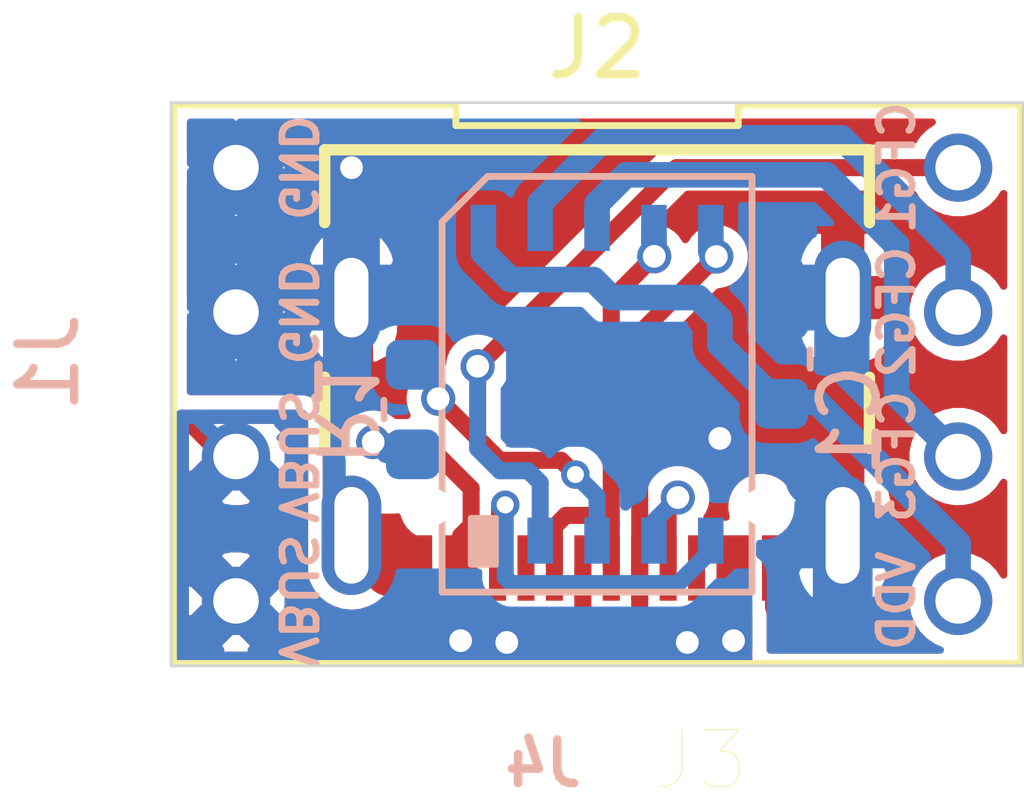
<source format=kicad_pcb>
(kicad_pcb (version 20171130) (host pcbnew "(5.1.6)-1")

  (general
    (thickness 1.6)
    (drawings 18)
    (tracks 159)
    (zones 0)
    (modules 6)
    (nets 15)
  )

  (page A4)
  (layers
    (0 F.Cu signal)
    (31 B.Cu signal)
    (32 B.Adhes user)
    (33 F.Adhes user)
    (34 B.Paste user)
    (35 F.Paste user)
    (36 B.SilkS user)
    (37 F.SilkS user)
    (38 B.Mask user)
    (39 F.Mask user)
    (40 Dwgs.User user)
    (41 Cmts.User user)
    (42 Eco1.User user)
    (43 Eco2.User user)
    (44 Edge.Cuts user hide)
    (45 Margin user)
    (46 B.CrtYd user hide)
    (47 F.CrtYd user hide)
    (48 B.Fab user hide)
    (49 F.Fab user hide)
  )

  (setup
    (last_trace_width 0.25)
    (user_trace_width 0.3)
    (user_trace_width 0.45)
    (user_trace_width 1)
    (trace_clearance 0.2)
    (zone_clearance 0.254)
    (zone_45_only no)
    (trace_min 0.2)
    (via_size 0.8)
    (via_drill 0.4)
    (via_min_size 0.4)
    (via_min_drill 0.3)
    (user_via 0.5 0.3)
    (user_via 0.6 0.4)
    (uvia_size 0.3)
    (uvia_drill 0.1)
    (uvias_allowed no)
    (uvia_min_size 0.2)
    (uvia_min_drill 0.1)
    (edge_width 0.05)
    (segment_width 0.2)
    (pcb_text_width 0.3)
    (pcb_text_size 1.5 1.5)
    (mod_edge_width 0.12)
    (mod_text_size 1 1)
    (mod_text_width 0.15)
    (pad_size 0.45 0.81)
    (pad_drill 0)
    (pad_to_mask_clearance 0.05)
    (aux_axis_origin 0 0)
    (visible_elements 7FFFFFFF)
    (pcbplotparams
      (layerselection 0x010fc_ffffffff)
      (usegerberextensions false)
      (usegerberattributes true)
      (usegerberadvancedattributes true)
      (creategerberjobfile true)
      (excludeedgelayer true)
      (linewidth 0.100000)
      (plotframeref false)
      (viasonmask false)
      (mode 1)
      (useauxorigin false)
      (hpglpennumber 1)
      (hpglpenspeed 20)
      (hpglpendiameter 15.000000)
      (psnegative false)
      (psa4output false)
      (plotreference true)
      (plotvalue true)
      (plotinvisibletext false)
      (padsonsilk false)
      (subtractmaskfromsilk false)
      (outputformat 1)
      (mirror false)
      (drillshape 1)
      (scaleselection 1)
      (outputdirectory ""))
  )

  (net 0 "")
  (net 1 /DM)
  (net 2 /CC2)
  (net 3 /DP)
  (net 4 /CC1)
  (net 5 /CFG3)
  (net 6 /VBUS)
  (net 7 /CFG2)
  (net 8 /CFG1)
  (net 9 /VDD)
  (net 10 /PG)
  (net 11 GND)
  (net 12 "Net-(J3-PadB8)")
  (net 13 "Net-(J3-PadA8)")
  (net 14 "Net-(J1-Pad8)")

  (net_class Default "This is the default net class."
    (clearance 0.2)
    (trace_width 0.25)
    (via_dia 0.8)
    (via_drill 0.4)
    (uvia_dia 0.3)
    (uvia_drill 0.1)
    (add_net /CC1)
    (add_net /CC2)
    (add_net /CFG1)
    (add_net /CFG2)
    (add_net /CFG3)
    (add_net /DM)
    (add_net /DP)
    (add_net /PG)
    (add_net /VBUS)
    (add_net /VDD)
    (add_net GND)
    (add_net "Net-(J1-Pad8)")
    (add_net "Net-(J3-PadA8)")
    (add_net "Net-(J3-PadB8)")
  )

  (module Resistor_SMD:R_0603_1608Metric (layer B.Cu) (tedit 5B301BBD) (tstamp 60719F31)
    (at 140.2715 84.8995 90)
    (descr "Resistor SMD 0603 (1608 Metric), square (rectangular) end terminal, IPC_7351 nominal, (Body size source: http://www.tortai-tech.com/upload/download/2011102023233369053.pdf), generated with kicad-footprint-generator")
    (tags resistor)
    (path /607375A8)
    (attr smd)
    (fp_text reference R1 (at 0 -1.2065 270 unlocked) (layer B.SilkS)
      (effects (font (size 1 1) (thickness 0.15)) (justify mirror))
    )
    (fp_text value 10k (at 0 -1.43 90) (layer B.Fab)
      (effects (font (size 1 1) (thickness 0.15)) (justify mirror))
    )
    (fp_line (start -0.8 -0.4) (end -0.8 0.4) (layer B.Fab) (width 0.1))
    (fp_line (start -0.8 0.4) (end 0.8 0.4) (layer B.Fab) (width 0.1))
    (fp_line (start 0.8 0.4) (end 0.8 -0.4) (layer B.Fab) (width 0.1))
    (fp_line (start 0.8 -0.4) (end -0.8 -0.4) (layer B.Fab) (width 0.1))
    (fp_line (start -0.162779 0.51) (end 0.162779 0.51) (layer B.SilkS) (width 0.12))
    (fp_line (start -0.162779 -0.51) (end 0.162779 -0.51) (layer B.SilkS) (width 0.12))
    (fp_line (start -1.48 -0.73) (end -1.48 0.73) (layer B.CrtYd) (width 0.05))
    (fp_line (start -1.48 0.73) (end 1.48 0.73) (layer B.CrtYd) (width 0.05))
    (fp_line (start 1.48 0.73) (end 1.48 -0.73) (layer B.CrtYd) (width 0.05))
    (fp_line (start 1.48 -0.73) (end -1.48 -0.73) (layer B.CrtYd) (width 0.05))
    (fp_text user %R (at 0 0 90) (layer B.Fab)
      (effects (font (size 0.4 0.4) (thickness 0.06)) (justify mirror))
    )
    (pad 2 smd roundrect (at 0.7875 0 90) (size 0.875 0.95) (layers B.Cu B.Paste B.Mask) (roundrect_rratio 0.25)
      (net 14 "Net-(J1-Pad8)"))
    (pad 1 smd roundrect (at -0.7875 0 90) (size 0.875 0.95) (layers B.Cu B.Paste B.Mask) (roundrect_rratio 0.25)
      (net 6 /VBUS))
    (model ${KISYS3DMOD}/Resistor_SMD.3dshapes/R_0603_1608Metric.wrl
      (at (xyz 0 0 0))
      (scale (xyz 1 1 1))
      (rotate (xyz 0 0 0))
    )
  )

  (module pad:SM-PAD_2x3mm (layer B.Cu) (tedit 60715D2C) (tstamp 6071787A)
    (at 143.51 84.455)
    (path /6071A406)
    (attr virtual)
    (fp_text reference J4 (at -0.9525 6.6675) (layer B.SilkS)
      (effects (font (size 0.762 0.762) (thickness 0.1524)) (justify mirror))
    )
    (fp_text value Conn_01x01 (at 0 0) (layer B.SilkS) hide
      (effects (font (size 0.762 0.762) (thickness 0.1524)) (justify mirror))
    )
    (pad 1 smd rect (at 0 0) (size 3.2 2.2) (layers B.Cu B.Mask)
      (net 11 GND))
  )

  (module Capacitor_SMD:C_0603_1608Metric (layer B.Cu) (tedit 5B301BBE) (tstamp 60715715)
    (at 146.7485 84.0105 90)
    (descr "Capacitor SMD 0603 (1608 Metric), square (rectangular) end terminal, IPC_7351 nominal, (Body size source: http://www.tortai-tech.com/upload/download/2011102023233369053.pdf), generated with kicad-footprint-generator")
    (tags capacitor)
    (path /60715646)
    (attr smd)
    (fp_text reference C1 (at -1.0795 1.2065 270) (layer B.SilkS)
      (effects (font (size 1 1) (thickness 0.15)) (justify mirror))
    )
    (fp_text value 1u (at 0 -1.43 270) (layer B.Fab)
      (effects (font (size 1 1) (thickness 0.15)) (justify mirror))
    )
    (fp_line (start -0.8 -0.4) (end -0.8 0.4) (layer B.Fab) (width 0.1))
    (fp_line (start -0.8 0.4) (end 0.8 0.4) (layer B.Fab) (width 0.1))
    (fp_line (start 0.8 0.4) (end 0.8 -0.4) (layer B.Fab) (width 0.1))
    (fp_line (start 0.8 -0.4) (end -0.8 -0.4) (layer B.Fab) (width 0.1))
    (fp_line (start -0.162779 0.51) (end 0.162779 0.51) (layer B.SilkS) (width 0.12))
    (fp_line (start -0.162779 -0.51) (end 0.162779 -0.51) (layer B.SilkS) (width 0.12))
    (fp_line (start -1.48 -0.73) (end -1.48 0.73) (layer B.CrtYd) (width 0.05))
    (fp_line (start -1.48 0.73) (end 1.48 0.73) (layer B.CrtYd) (width 0.05))
    (fp_line (start 1.48 0.73) (end 1.48 -0.73) (layer B.CrtYd) (width 0.05))
    (fp_line (start 1.48 -0.73) (end -1.48 -0.73) (layer B.CrtYd) (width 0.05))
    (fp_text user %R (at 0 0 270) (layer B.Fab)
      (effects (font (size 0.4 0.4) (thickness 0.06)) (justify mirror))
    )
    (pad 2 smd roundrect (at 0.7875 0 90) (size 0.875 0.95) (layers B.Cu B.Paste B.Mask) (roundrect_rratio 0.25)
      (net 11 GND))
    (pad 1 smd roundrect (at -0.7875 0 90) (size 0.875 0.95) (layers B.Cu B.Paste B.Mask) (roundrect_rratio 0.25)
      (net 9 /VDD))
    (model ${KISYS3DMOD}/Capacitor_SMD.3dshapes/C_0603_1608Metric.wrl
      (at (xyz 0 0 0))
      (scale (xyz 1 1 1))
      (rotate (xyz 0 0 0))
    )
  )

  (module Package_DIP:DIP-8_W12.7mm (layer F.Cu) (tedit 0) (tstamp 6070AE5B)
    (at 143.51 84.455 270)
    (path /607020F9)
    (fp_text reference J2 (at -5.91 0) (layer F.SilkS)
      (effects (font (size 1 1) (thickness 0.15)))
    )
    (fp_text value Conn_02x04_Counter_Clockwise (at 0 0 90) (layer F.Fab)
      (effects (font (size 1 1) (thickness 0.15)))
    )
    (fp_line (start -4.66 7.2) (end -4.66 -7.2) (layer F.CrtYd) (width 0.05))
    (fp_line (start 4.66 7.2) (end -4.66 7.2) (layer F.CrtYd) (width 0.05))
    (fp_line (start 4.66 -7.2) (end 4.66 7.2) (layer F.CrtYd) (width 0.05))
    (fp_line (start -4.66 -7.2) (end 4.66 -7.2) (layer F.CrtYd) (width 0.05))
    (fp_line (start -4.91 2.483333) (end -4.91 7.45) (layer F.SilkS) (width 0.12))
    (fp_line (start -4.55 2.483333) (end -4.91 2.483333) (layer F.SilkS) (width 0.12))
    (fp_line (start -4.55 -2.483333) (end -4.55 2.483333) (layer F.SilkS) (width 0.12))
    (fp_line (start -4.91 -2.483333) (end -4.55 -2.483333) (layer F.SilkS) (width 0.12))
    (fp_line (start -4.91 -7.45) (end -4.91 -2.483333) (layer F.SilkS) (width 0.12))
    (fp_line (start 4.91 -7.45) (end -4.91 -7.45) (layer F.SilkS) (width 0.12))
    (fp_line (start 4.91 7.45) (end 4.91 -7.45) (layer F.SilkS) (width 0.12))
    (fp_line (start -4.91 7.45) (end 4.91 7.45) (layer F.SilkS) (width 0.12))
    (pad 4 thru_hole circle (at 3.81 6.35 270) (size 1.2 1.2) (drill 0.8) (layers *.Cu *.Mask)
      (net 6 /VBUS))
    (pad 5 thru_hole circle (at 3.81 -6.35 270) (size 1.2 1.2) (drill 0.8) (layers *.Cu *.Mask)
      (net 9 /VDD))
    (pad 3 thru_hole circle (at 1.27 6.35 270) (size 1.2 1.2) (drill 0.8) (layers *.Cu *.Mask)
      (net 6 /VBUS))
    (pad 6 thru_hole circle (at 1.27 -6.35 270) (size 1.2 1.2) (drill 0.8) (layers *.Cu *.Mask)
      (net 5 /CFG3))
    (pad 2 thru_hole circle (at -1.27 6.35 270) (size 1.2 1.2) (drill 0.8) (layers *.Cu *.Mask)
      (net 11 GND))
    (pad 7 thru_hole circle (at -1.27 -6.35 270) (size 1.2 1.2) (drill 0.8) (layers *.Cu *.Mask)
      (net 7 /CFG2))
    (pad 1 thru_hole circle (at -3.81 6.35 270) (size 1.2 1.2) (drill 0.8) (layers *.Cu *.Mask)
      (net 11 GND))
    (pad 8 thru_hole circle (at -3.81 -6.35 270) (size 1.2 1.2) (drill 0.8) (layers *.Cu *.Mask)
      (net 8 /CFG1))
  )

  (module USB4105-GF-A:GCT_USB4105-GF-A (layer F.Cu) (tedit 60704735) (tstamp 6070A9B6)
    (at 143.51 82.931 180)
    (path /607053A1)
    (fp_text reference J3 (at -1.825 -8.135) (layer F.SilkS)
      (effects (font (size 1 1) (thickness 0.015)))
    )
    (fp_text value USB4105-GF-A (at 5.16 -6.635) (layer F.Fab)
      (effects (font (size 1 1) (thickness 0.015)))
    )
    (fp_line (start 4.79 -2.65) (end 4.79 -1.4) (layer F.SilkS) (width 0.2))
    (fp_line (start -4.79 -2.65) (end -4.79 -1.4) (layer F.SilkS) (width 0.2))
    (fp_line (start 4.8 2.6) (end 8.4 2.6) (layer F.Fab) (width 0.1))
    (fp_line (start 5.1 -5.58) (end -5.1 -5.58) (layer F.CrtYd) (width 0.05))
    (fp_line (start 5.1 2.85) (end 5.1 -5.58) (layer F.CrtYd) (width 0.05))
    (fp_line (start -5.1 2.85) (end 5.1 2.85) (layer F.CrtYd) (width 0.05))
    (fp_line (start -5.1 -5.58) (end -5.1 2.85) (layer F.CrtYd) (width 0.05))
    (fp_line (start 4.79 2.6) (end 4.79 1.32) (layer F.SilkS) (width 0.2))
    (fp_line (start -4.79 2.6) (end 4.79 2.6) (layer F.SilkS) (width 0.2))
    (fp_line (start -4.79 1.32) (end -4.79 2.6) (layer F.SilkS) (width 0.2))
    (fp_line (start -4.79 2.6) (end -4.79 -4.93) (layer F.Fab) (width 0.1))
    (fp_line (start 4.79 2.6) (end -4.79 2.6) (layer F.Fab) (width 0.1))
    (fp_line (start 4.79 -4.93) (end 4.79 2.6) (layer F.Fab) (width 0.1))
    (fp_line (start -4.79 -4.93) (end 4.79 -4.93) (layer F.Fab) (width 0.1))
    (fp_text user PCB~EDGE (at 5.4 2.5) (layer F.Fab)
      (effects (font (size 0.32 0.32) (thickness 0.015)))
    )
    (pad B8 smd rect (at -1.75 -4.755 180) (size 0.3 1.15) (layers F.Cu F.Paste F.Mask)
      (net 12 "Net-(J3-PadB8)"))
    (pad A5 smd rect (at -1.25 -4.755 180) (size 0.3 1.15) (layers F.Cu F.Paste F.Mask)
      (net 4 /CC1))
    (pad B7 smd rect (at -0.75 -4.755 180) (size 0.3 1.15) (layers F.Cu F.Paste F.Mask)
      (net 1 /DM))
    (pad B5 smd rect (at 1.75 -4.755 180) (size 0.3 1.15) (layers F.Cu F.Paste F.Mask)
      (net 2 /CC2))
    (pad A8 smd rect (at 1.25 -4.755 180) (size 0.3 1.15) (layers F.Cu F.Paste F.Mask)
      (net 13 "Net-(J3-PadA8)"))
    (pad B6 smd rect (at 0.75 -4.755 180) (size 0.3 1.15) (layers F.Cu F.Paste F.Mask)
      (net 3 /DP))
    (pad A6 smd rect (at -0.25 -4.755 180) (size 0.3 1.15) (layers F.Cu F.Paste F.Mask)
      (net 3 /DP))
    (pad A7 smd rect (at 0.25 -4.755 180) (size 0.3 1.15) (layers F.Cu F.Paste F.Mask)
      (net 1 /DM))
    (pad B4_A9 smd rect (at 2.4 -4.755 180) (size 0.6 1.15) (layers F.Cu F.Paste F.Mask)
      (net 6 /VBUS))
    (pad A4_B9 smd rect (at -2.4 -4.755 180) (size 0.6 1.15) (layers F.Cu F.Paste F.Mask)
      (net 6 /VBUS))
    (pad B1_A12 smd rect (at 3.2 -4.755 180) (size 0.6 1.15) (layers F.Cu F.Paste F.Mask)
      (net 11 GND))
    (pad A1_B12 smd rect (at -3.2 -4.755 180) (size 0.6 1.15) (layers F.Cu F.Paste F.Mask)
      (net 11 GND))
    (pad None np_thru_hole circle (at -2.89 -3.68 180) (size 0.65 0.65) (drill 0.65) (layers *.Cu *.Mask))
    (pad None np_thru_hole circle (at 2.89 -3.68 180) (size 0.65 0.65) (drill 0.65) (layers *.Cu *.Mask))
    (pad S4 thru_hole oval (at 4.32 -4.18 180) (size 1.05 2.1) (drill oval 0.6 1.7) (layers *.Cu *.Mask)
      (net 11 GND))
    (pad S1 thru_hole oval (at -4.32 -4.18 180) (size 1.05 2.1) (drill oval 0.6 1.7) (layers *.Cu *.Mask)
      (net 11 GND))
    (pad S3 thru_hole oval (at 4.32 0 180) (size 1 2) (drill oval 0.6 1.4) (layers *.Cu *.Mask)
      (net 11 GND))
    (pad S2 thru_hole oval (at -4.32 0 180) (size 1 2) (drill oval 0.6 1.4) (layers *.Cu *.Mask)
      (net 11 GND))
  )

  (module Package_SO:SSOP-10-1.0pitch (layer B.Cu) (tedit 607162CE) (tstamp 6070A975)
    (at 143.51 84.455)
    (path /60702D74)
    (attr smd)
    (fp_text reference J1 (at -9.652 -0.381 270) (layer B.SilkS)
      (effects (font (size 1 1) (thickness 0.15)) (justify mirror))
    )
    (fp_text value CH224K (at 0 0) (layer B.Fab)
      (effects (font (size 1 1) (thickness 0.15)) (justify mirror))
    )
    (fp_line (start -2.48 -3.41) (end -2.48 3.41) (layer B.CrtYd) (width 0.05))
    (fp_line (start 2.48 -3.41) (end -2.48 -3.41) (layer B.CrtYd) (width 0.05))
    (fp_line (start 2.48 3.41) (end 2.48 -3.41) (layer B.CrtYd) (width 0.05))
    (fp_line (start -2.48 3.41) (end 2.48 3.41) (layer B.CrtYd) (width 0.05))
    (fp_line (start 2.725 -3.655) (end -1.925 -3.655) (layer B.SilkS) (width 0.12))
    (fp_line (start 2.725 3.655) (end 2.725 -3.655) (layer B.SilkS) (width 0.12))
    (fp_line (start -2.725 3.655) (end 2.725 3.655) (layer B.SilkS) (width 0.12))
    (fp_line (start -2.725 -2.855) (end -2.725 3.655) (layer B.SilkS) (width 0.12))
    (fp_line (start -1.925 -3.655) (end -2.725 -2.855) (layer B.SilkS) (width 0.12))
    (pad 5 smd rect (at 2 -2.75) (size 0.45 0.81) (layers B.Cu B.Paste B.Mask)
      (net 1 /DM))
    (pad 6 smd rect (at 2 2.75) (size 0.45 0.81) (layers B.Cu B.Paste B.Mask)
      (net 2 /CC2))
    (pad 4 smd rect (at 1 -2.75) (size 0.45 0.81) (layers B.Cu B.Paste B.Mask)
      (net 3 /DP))
    (pad 7 smd rect (at 1 2.75) (size 0.45 0.81) (layers B.Cu B.Paste B.Mask)
      (net 4 /CC1))
    (pad 3 smd rect (at 0 -2.75) (size 0.45 0.81) (layers B.Cu B.Paste B.Mask)
      (net 5 /CFG3))
    (pad 8 smd rect (at 0 2.75) (size 0.45 0.81) (layers B.Cu B.Paste B.Mask)
      (net 14 "Net-(J1-Pad8)"))
    (pad 2 smd rect (at -1 -2.75) (size 0.45 0.81) (layers B.Cu B.Paste B.Mask)
      (net 7 /CFG2))
    (pad 9 smd rect (at -1 2.75) (size 0.45 0.81) (layers B.Cu B.Paste B.Mask)
      (net 8 /CFG1))
    (pad 1 smd rect (at -2 -2.75) (size 0.45 0.81) (layers B.Cu B.Paste B.Mask)
      (net 9 /VDD))
    (pad 10 smd rect (at -2 2.75) (size 0.45 0.81) (layers B.SilkS)
      (net 10 /PG))
  )

  (gr_poly (pts (xy 141.732 87.63) (xy 141.2875 87.63) (xy 141.2875 86.8045) (xy 141.732 86.8045)) (layer B.SilkS) (width 0.1))
  (gr_line (start 138.8745 87.757) (end 138.8745 81.153) (layer Dwgs.User) (width 0.15) (tstamp 60794FE5))
  (gr_line (start 148.1455 87.757) (end 138.8745 87.757) (layer Dwgs.User) (width 0.15))
  (gr_line (start 148.1455 81.153) (end 148.1455 87.757) (layer Dwgs.User) (width 0.15))
  (gr_line (start 138.8745 81.153) (end 148.1455 81.153) (layer Dwgs.User) (width 0.15))
  (gr_text VDD (at 148.7805 88.265 90) (layer B.SilkS) (tstamp 6075529E)
    (effects (font (size 0.6 0.6) (thickness 0.12)) (justify mirror))
  )
  (gr_text CFG3 (at 148.7805 85.725 90) (layer B.SilkS) (tstamp 6075529E)
    (effects (font (size 0.6 0.6) (thickness 0.12)) (justify mirror))
  )
  (gr_text CFG2 (at 148.7805 83.185 90) (layer B.SilkS) (tstamp 6075529E)
    (effects (font (size 0.6 0.6) (thickness 0.12)) (justify mirror))
  )
  (gr_text CFG1 (at 148.7805 80.645 90) (layer B.SilkS) (tstamp 6075529E)
    (effects (font (size 0.6 0.6) (thickness 0.12)) (justify mirror))
  )
  (gr_text GND (at 138.2395 83.185 270) (layer B.SilkS) (tstamp 6075529E)
    (effects (font (size 0.6 0.6) (thickness 0.12)) (justify mirror))
  )
  (gr_text GND (at 138.2395 80.645 270) (layer B.SilkS) (tstamp 6075529E)
    (effects (font (size 0.6 0.6) (thickness 0.12)) (justify mirror))
  )
  (gr_text VBUS (at 138.2395 88.265 270) (layer B.SilkS) (tstamp 6075529E)
    (effects (font (size 0.6 0.6) (thickness 0.12)) (justify mirror))
  )
  (gr_text VBUS (at 138.2395 85.725 270) (layer B.SilkS)
    (effects (font (size 0.6 0.6) (thickness 0.12)) (justify mirror))
  )
  (gr_poly (pts (xy 141.4145 88.4555) (xy 143.002 88.4555) (xy 143.002 88.8365) (xy 144.5895 88.8365) (xy 144.5895 88.4555) (xy 145.6055 88.4555) (xy 145.6055 88.265) (xy 146.2405 88.265) (xy 146.2405 89.408) (xy 140.7795 89.408) (xy 140.7795 88.265) (xy 141.4145 88.265)) (layer F.Mask) (width 0.1))
  (gr_line (start 151.003 79.502) (end 136.017 79.502) (layer Edge.Cuts) (width 0.05) (tstamp 6071583C))
  (gr_line (start 151.003 89.408) (end 151.003 79.502) (layer Edge.Cuts) (width 0.05))
  (gr_line (start 136.017 89.408) (end 151.003 89.408) (layer Edge.Cuts) (width 0.05))
  (gr_line (start 136.017 79.502) (end 136.017 89.408) (layer Edge.Cuts) (width 0.05))

  (segment (start 145.542 82.3595) (end 145.542 82.3595) (width 0.3) (layer F.Cu) (net 1) (tstamp 6070BE02))
  (segment (start 143.26 88.561) (end 143.345 88.646) (width 0.3) (layer F.Cu) (net 1))
  (segment (start 143.26 87.686) (end 143.26 88.561) (width 0.3) (layer F.Cu) (net 1))
  (segment (start 144.26 88.541002) (end 144.26 87.686) (width 0.3) (layer F.Cu) (net 1))
  (segment (start 144.155002 88.646) (end 144.26 88.541002) (width 0.3) (layer F.Cu) (net 1))
  (segment (start 143.345 88.646) (end 144.155002 88.646) (width 0.3) (layer F.Cu) (net 1))
  (segment (start 145.51 82.111328) (end 145.607639 82.208967) (width 0.45) (layer B.Cu) (net 1))
  (segment (start 145.51 81.705) (end 145.51 82.111328) (width 0.45) (layer B.Cu) (net 1))
  (via (at 145.607639 82.208967) (size 0.6) (drill 0.4) (layers F.Cu B.Cu) (net 1))
  (segment (start 144.26 83.556606) (end 145.607639 82.208967) (width 0.3) (layer F.Cu) (net 1))
  (segment (start 144.26 87.686) (end 144.26 83.556606) (width 0.3) (layer F.Cu) (net 1))
  (segment (start 142.004999 87.960001) (end 141.895011 87.850013) (width 0.3) (layer B.Cu) (net 2))
  (segment (start 144.934999 87.960001) (end 142.004999 87.960001) (width 0.3) (layer B.Cu) (net 2))
  (segment (start 141.895011 87.850013) (end 141.895011 86.57548) (width 0.3) (layer B.Cu) (net 2))
  (segment (start 145.51 87.385) (end 144.934999 87.960001) (width 0.3) (layer B.Cu) (net 2))
  (via (at 141.895011 86.57548) (size 0.5) (drill 0.3) (layers F.Cu B.Cu) (net 2))
  (segment (start 145.51 87.205) (end 145.51 87.385) (width 0.3) (layer B.Cu) (net 2))
  (segment (start 141.83402 86.57548) (end 141.7955 86.614) (width 0.3) (layer F.Cu) (net 2))
  (segment (start 141.895011 86.57548) (end 141.83402 86.57548) (width 0.3) (layer F.Cu) (net 2))
  (segment (start 141.7955 86.614) (end 141.7955 86.9315) (width 0.3) (layer F.Cu) (net 2))
  (segment (start 141.76 87.686) (end 141.76 87.177122) (width 0.3) (layer F.Cu) (net 2))
  (segment (start 141.770011 86.956989) (end 141.7955 86.9315) (width 0.25) (layer F.Cu) (net 2))
  (segment (start 141.76 87.686) (end 141.770011 87.675989) (width 0.25) (layer F.Cu) (net 2))
  (segment (start 141.770011 87.675989) (end 141.770011 86.956989) (width 0.25) (layer F.Cu) (net 2))
  (segment (start 143.76 83.763726) (end 143.759992 83.763718) (width 0.3) (layer F.Cu) (net 3))
  (segment (start 143.76 87.686) (end 143.76 86.9275) (width 0.3) (layer F.Cu) (net 3))
  (segment (start 143.593499 86.760999) (end 143.76 86.9275) (width 0.3) (layer F.Cu) (net 3))
  (segment (start 142.958499 86.760999) (end 143.593499 86.760999) (width 0.3) (layer F.Cu) (net 3))
  (segment (start 142.76 87.686) (end 142.76 86.959498) (width 0.3) (layer F.Cu) (net 3))
  (segment (start 142.76 86.959498) (end 142.958499 86.760999) (width 0.3) (layer F.Cu) (net 3))
  (segment (start 144.51 82.199456) (end 144.515533 82.204989) (width 0.45) (layer B.Cu) (net 3))
  (segment (start 143.76 86.9275) (end 143.76 82.960522) (width 0.3) (layer F.Cu) (net 3))
  (segment (start 143.76 82.960522) (end 144.215534 82.504988) (width 0.3) (layer F.Cu) (net 3))
  (segment (start 144.215534 82.504988) (end 144.515533 82.204989) (width 0.3) (layer F.Cu) (net 3))
  (segment (start 144.51 81.705) (end 144.51 82.199456) (width 0.45) (layer B.Cu) (net 3))
  (via (at 144.515533 82.204989) (size 0.6) (drill 0.4) (layers F.Cu B.Cu) (net 3))
  (segment (start 144.51 87.205) (end 144.51 86.867876) (width 0.3) (layer B.Cu) (net 4))
  (via (at 144.930606 86.44727) (size 0.6) (drill 0.4) (layers F.Cu B.Cu) (net 4))
  (segment (start 144.51 86.867876) (end 144.930606 86.44727) (width 0.3) (layer B.Cu) (net 4))
  (segment (start 144.76 86.617876) (end 144.930606 86.44727) (width 0.3) (layer F.Cu) (net 4))
  (segment (start 144.76 87.686) (end 144.76 86.617876) (width 0.3) (layer F.Cu) (net 4))
  (segment (start 148.7805 84.6455) (end 149.86 85.725) (width 0.45) (layer B.Cu) (net 5))
  (segment (start 143.51 81.28) (end 144.017999 80.772001) (width 0.45) (layer B.Cu) (net 5))
  (segment (start 144.017999 80.772001) (end 147.543747 80.772001) (width 0.45) (layer B.Cu) (net 5))
  (segment (start 143.51 81.705) (end 143.51 81.28) (width 0.45) (layer B.Cu) (net 5))
  (segment (start 147.543747 80.772001) (end 148.7805 82.008754) (width 0.45) (layer B.Cu) (net 5))
  (segment (start 148.7805 82.008754) (end 148.7805 84.6455) (width 0.45) (layer B.Cu) (net 5))
  (segment (start 141.11 87.686) (end 141.11 88.442504) (width 0.3) (layer F.Cu) (net 6))
  (via (at 141.11 88.9635) (size 0.6) (drill 0.4) (layers F.Cu B.Cu) (net 6))
  (segment (start 145.91 87.686) (end 145.91 88.442492) (width 0.3) (layer F.Cu) (net 6))
  (via (at 145.91 88.9635) (size 0.6) (drill 0.4) (layers F.Cu B.Cu) (net 6))
  (segment (start 145.91 88.4685) (end 145.91 88.442492) (width 0.3) (layer F.Cu) (net 6))
  (segment (start 141.11 88.442504) (end 141.11 88.4685) (width 0.3) (layer F.Cu) (net 6))
  (segment (start 141.11 88.4685) (end 141.63675 88.99525) (width 0.3) (layer F.Cu) (net 6))
  (segment (start 141.63675 88.99525) (end 141.790989 89.149489) (width 0.3) (layer F.Cu) (net 6) (tstamp 6070C22D))
  (via (at 141.9225 88.99525) (size 0.6) (drill 0.4) (layers F.Cu B.Cu) (net 6))
  (segment (start 137.16 85.725) (end 136.4615 85.0265) (width 0.25) (layer B.Cu) (net 6))
  (segment (start 136.4615 85.0265) (end 138.303 85.0265) (width 0.25) (layer B.Cu) (net 6))
  (segment (start 138.303 85.0265) (end 138.303 87.4395) (width 0.25) (layer B.Cu) (net 6))
  (segment (start 136.2075 85.0265) (end 136.2075 89.281) (width 0.25) (layer B.Cu) (net 6))
  (segment (start 136.4615 85.0265) (end 136.2075 85.0265) (width 0.25) (layer B.Cu) (net 6))
  (segment (start 136.2075 89.281) (end 146.1135 89.281) (width 0.25) (layer B.Cu) (net 6))
  (segment (start 146.1135 89.281) (end 146.1135 87.8205) (width 0.25) (layer B.Cu) (net 6))
  (segment (start 145.9865 87.8205) (end 145.871999 87.935001) (width 0.25) (layer B.Cu) (net 6))
  (segment (start 146.1135 87.8205) (end 145.9865 87.8205) (width 0.25) (layer B.Cu) (net 6))
  (segment (start 138.303 87.4395) (end 138.303 87.5665) (width 0.25) (layer B.Cu) (net 6))
  (segment (start 138.303 87.5665) (end 138.303 87.6935) (width 0.25) (layer B.Cu) (net 6))
  (segment (start 138.303 87.6935) (end 138.303 87.757) (width 0.25) (layer B.Cu) (net 6))
  (segment (start 137.16 85.725) (end 136.906 85.725) (width 0.25) (layer F.Cu) (net 6))
  (segment (start 136.906 85.725) (end 136.2075 85.0265) (width 0.25) (layer F.Cu) (net 6))
  (segment (start 136.2075 85.0265) (end 138.303 85.0265) (width 0.25) (layer F.Cu) (net 6))
  (segment (start 138.303 85.0265) (end 138.303 87.376) (width 0.25) (layer F.Cu) (net 6))
  (segment (start 138.303 87.376) (end 138.303 87.757) (width 0.25) (layer F.Cu) (net 6))
  (segment (start 146.084999 87.860999) (end 145.91 87.686) (width 0.25) (layer F.Cu) (net 6))
  (segment (start 136.2075 85.0265) (end 136.2075 89.281) (width 0.25) (layer F.Cu) (net 6))
  (segment (start 146.1135 88.549502) (end 146.084999 88.521001) (width 0.25) (layer F.Cu) (net 6))
  (segment (start 136.2075 89.281) (end 146.1135 89.281) (width 0.25) (layer F.Cu) (net 6))
  (segment (start 146.1135 89.281) (end 146.1135 88.549502) (width 0.25) (layer F.Cu) (net 6))
  (segment (start 146.084999 88.521001) (end 146.084999 87.860999) (width 0.25) (layer F.Cu) (net 6))
  (segment (start 140.081 87.8205) (end 141.0335 87.8205) (width 0.25) (layer B.Cu) (net 6))
  (segment (start 141.11 88.442504) (end 140.703004 88.442504) (width 0.25) (layer B.Cu) (net 6))
  (segment (start 140.703004 88.442504) (end 140.081 87.8205) (width 0.25) (layer B.Cu) (net 6))
  (segment (start 145.38325 88.99525) (end 145.91 88.4685) (width 0.3) (layer F.Cu) (net 6) (tstamp 6070C22F))
  (segment (start 145.229011 89.149489) (end 145.38325 88.99525) (width 0.3) (layer F.Cu) (net 6))
  (segment (start 141.790989 89.149489) (end 145.229011 89.149489) (width 0.3) (layer F.Cu) (net 6))
  (via (at 145.0975 88.99525) (size 0.6) (drill 0.4) (layers F.Cu B.Cu) (net 6))
  (segment (start 141.11 87.686) (end 141.11 87.236) (width 0.3) (layer F.Cu) (net 6))
  (segment (start 141.11 87.686) (end 141.11 87.120002) (width 0.3) (layer F.Cu) (net 6))
  (segment (start 141.295001 86.935001) (end 141.295001 86.286999) (width 0.3) (layer F.Cu) (net 6))
  (segment (start 141.11 87.120002) (end 141.295001 86.935001) (width 0.3) (layer F.Cu) (net 6))
  (segment (start 141.295001 86.286999) (end 141.29549 86.286999) (width 0.3) (layer F.Cu) (net 6))
  (segment (start 139.573 85.471) (end 139.573 85.471) (width 0.3) (layer F.Cu) (net 6) (tstamp 6071A184))
  (via (at 139.572994 85.470994) (size 0.6) (drill 0.4) (layers F.Cu B.Cu) (net 6))
  (segment (start 139.997258 85.470994) (end 139.572994 85.470994) (width 0.3) (layer F.Cu) (net 6))
  (segment (start 140.478996 85.470994) (end 139.997258 85.470994) (width 0.3) (layer F.Cu) (net 6))
  (segment (start 141.295001 86.286999) (end 140.478996 85.470994) (width 0.3) (layer F.Cu) (net 6))
  (segment (start 139.789 85.687) (end 139.572994 85.470994) (width 0.3) (layer B.Cu) (net 6))
  (segment (start 140.2715 85.687) (end 139.789 85.687) (width 0.3) (layer B.Cu) (net 6))
  (segment (start 149.86 82.169) (end 149.86 83.185) (width 0.45) (layer B.Cu) (net 7))
  (segment (start 143.65201 80.12199) (end 147.81299 80.12199) (width 0.45) (layer B.Cu) (net 7))
  (segment (start 142.51 81.264) (end 143.65201 80.12199) (width 0.45) (layer B.Cu) (net 7))
  (segment (start 142.51 81.705) (end 142.51 81.264) (width 0.45) (layer B.Cu) (net 7))
  (segment (start 147.81299 80.12199) (end 149.86 82.169) (width 0.45) (layer B.Cu) (net 7))
  (segment (start 142.367 86.0425) (end 142.367 86.0425) (width 0.3) (layer B.Cu) (net 8) (tstamp 60719423))
  (via (at 141.409982 84.1375) (size 0.6) (drill 0.4) (layers F.Cu B.Cu) (net 8))
  (segment (start 142.299979 85.975479) (end 141.799825 85.975479) (width 0.3) (layer B.Cu) (net 8))
  (segment (start 141.409982 85.585636) (end 141.409982 84.1375) (width 0.3) (layer B.Cu) (net 8))
  (segment (start 141.799825 85.975479) (end 141.409982 85.585636) (width 0.3) (layer B.Cu) (net 8))
  (segment (start 142.51 87.205) (end 142.51 86.1855) (width 0.3) (layer B.Cu) (net 8))
  (segment (start 142.51 86.1855) (end 142.299979 85.975479) (width 0.3) (layer B.Cu) (net 8))
  (segment (start 149.86 80.645) (end 144.907 80.645) (width 0.3) (layer F.Cu) (net 8))
  (segment (start 141.4145 84.1375) (end 141.409982 84.1375) (width 0.3) (layer F.Cu) (net 8))
  (segment (start 144.907 80.645) (end 141.4145 84.1375) (width 0.3) (layer F.Cu) (net 8))
  (segment (start 145.669 83.7565) (end 146.685 84.7725) (width 0.45) (layer B.Cu) (net 9))
  (segment (start 145.669 83.312) (end 145.669 83.7565) (width 0.45) (layer B.Cu) (net 9))
  (segment (start 141.51 82.1375) (end 141.986 82.6135) (width 0.45) (layer B.Cu) (net 9))
  (segment (start 141.51 81.705) (end 141.51 82.1375) (width 0.45) (layer B.Cu) (net 9))
  (segment (start 143.762999 82.929999) (end 145.286999 82.929999) (width 0.45) (layer B.Cu) (net 9))
  (segment (start 141.986 82.6135) (end 143.4465 82.6135) (width 0.45) (layer B.Cu) (net 9))
  (segment (start 145.286999 82.929999) (end 145.669 83.312) (width 0.45) (layer B.Cu) (net 9))
  (segment (start 143.4465 82.6135) (end 143.762999 82.929999) (width 0.45) (layer B.Cu) (net 9))
  (segment (start 149.86 87.251808) (end 149.86 88.265) (width 0.45) (layer B.Cu) (net 9))
  (segment (start 146.7485 84.7725) (end 147.380692 84.7725) (width 0.45) (layer B.Cu) (net 9))
  (segment (start 147.380692 84.7725) (end 149.86 87.251808) (width 0.45) (layer B.Cu) (net 9))
  (segment (start 147.83 87.111) (end 147.83 86.616) (width 1) (layer B.Cu) (net 11))
  (via (at 145.669 85.4075) (size 0.6) (drill 0.4) (layers F.Cu B.Cu) (net 11))
  (segment (start 140.31 87.686) (end 140.31 87.5415) (width 0.3) (layer F.Cu) (net 11))
  (segment (start 139.8795 87.111) (end 139.19 87.111) (width 0.3) (layer F.Cu) (net 11))
  (segment (start 140.31 87.5415) (end 139.8795 87.111) (width 0.3) (layer F.Cu) (net 11))
  (via (at 139.192 80.645) (size 0.6) (drill 0.4) (layers F.Cu B.Cu) (net 11))
  (segment (start 147.83 87.111) (end 147.83 86.5525) (width 1) (layer B.Cu) (net 11))
  (segment (start 147.83 86.616) (end 147.32 86.106) (width 1) (layer B.Cu) (net 11))
  (segment (start 139.19 87.111) (end 139.308 87.111) (width 1) (layer F.Cu) (net 11))
  (segment (start 139.883 87.686) (end 140.109999 87.686) (width 1) (layer F.Cu) (net 11))
  (segment (start 139.308 87.111) (end 139.883 87.686) (width 1) (layer F.Cu) (net 11))
  (segment (start 139.19 87.111) (end 139.19 86.5485) (width 0.25) (layer F.Cu) (net 11))
  (segment (start 139.19 87.111) (end 139.19 86.866) (width 0.25) (layer F.Cu) (net 11))
  (segment (start 139.19 86.866) (end 138.811 86.487) (width 0.25) (layer F.Cu) (net 11))
  (segment (start 138.811 86.487) (end 138.811 85.7885) (width 0.25) (layer F.Cu) (net 11))
  (segment (start 139.19 86.358) (end 139.0015 86.1695) (width 0.25) (layer F.Cu) (net 11))
  (segment (start 139.19 87.111) (end 139.19 86.358) (width 0.3) (layer F.Cu) (net 11))
  (segment (start 138.938 86.859) (end 139.19 87.111) (width 0.3) (layer F.Cu) (net 11))
  (segment (start 138.938 85.7885) (end 138.938 86.859) (width 0.3) (layer F.Cu) (net 11))
  (segment (start 139.19 87.111) (end 139.19 86.485) (width 0.3) (layer B.Cu) (net 11))
  (segment (start 139.19 86.485) (end 138.938 86.233) (width 0.3) (layer B.Cu) (net 11))
  (segment (start 138.938 86.233) (end 138.938 85.7885) (width 0.3) (layer B.Cu) (net 11))
  (segment (start 139.19 87.111) (end 139.19 86.739) (width 0.25) (layer B.Cu) (net 11))
  (segment (start 139.19 86.739) (end 138.811 86.36) (width 0.25) (layer B.Cu) (net 11))
  (segment (start 138.811 86.36) (end 138.811 85.7885) (width 0.25) (layer B.Cu) (net 11))
  (segment (start 143.51 87.205) (end 143.51 86.4235) (width 0.3) (layer B.Cu) (net 14))
  (via (at 143.129 86.0425) (size 0.5) (drill 0.3) (layers F.Cu B.Cu) (net 14))
  (segment (start 143.51 86.4235) (end 143.129 86.0425) (width 0.3) (layer B.Cu) (net 14))
  (segment (start 142.879001 85.792501) (end 141.799501 85.792501) (width 0.3) (layer F.Cu) (net 14))
  (segment (start 143.129 86.0425) (end 142.879001 85.792501) (width 0.3) (layer F.Cu) (net 14))
  (segment (start 141.799501 85.792501) (end 140.716 84.709) (width 0.3) (layer F.Cu) (net 14))
  (segment (start 140.716 84.709) (end 140.6525 84.6455) (width 0.3) (layer F.Cu) (net 14) (tstamp 6071A1E6))
  (via (at 140.716 84.709) (size 0.6) (drill 0.4) (layers F.Cu B.Cu) (net 14))
  (segment (start 140.716 84.5565) (end 140.2715 84.112) (width 0.3) (layer B.Cu) (net 14))
  (segment (start 140.716 84.709) (end 140.716 84.5565) (width 0.3) (layer B.Cu) (net 14))

  (zone (net 6) (net_name /VBUS) (layer F.Cu) (tstamp 607195F1) (hatch edge 0.508)
    (connect_pads thru_hole_only (clearance 0.254))
    (min_thickness 0.127)
    (fill yes (arc_segments 32) (thermal_gap 0.254) (thermal_bridge_width 0.762))
    (polygon
      (pts
        (xy 138.43 87.6935) (xy 145.6055 87.6935) (xy 145.669 87.122) (xy 146.2405 87.122) (xy 146.2405 89.408)
        (xy 136.0805 89.408) (xy 136.0805 85.09) (xy 138.43 85.09)
      )
    )
    (filled_polygon
      (pts
        (xy 138.3665 86.398397) (xy 138.359692 86.420841) (xy 138.347501 86.544616) (xy 138.3475 87.677383) (xy 138.359691 87.801158)
        (xy 138.407866 87.95997) (xy 138.486098 88.106331) (xy 138.59138 88.23462) (xy 138.719668 88.339902) (xy 138.866029 88.418134)
        (xy 139.024841 88.466309) (xy 139.19 88.482576) (xy 139.355158 88.466309) (xy 139.51397 88.418134) (xy 139.516245 88.416918)
        (xy 139.568643 88.444925) (xy 139.722742 88.491671) (xy 139.799848 88.499265) (xy 139.832753 88.526269) (xy 139.88791 88.555751)
        (xy 139.947759 88.573906) (xy 140.01 88.580036) (xy 140.61 88.580036) (xy 140.672241 88.573906) (xy 140.73209 88.555751)
        (xy 140.787247 88.526269) (xy 140.835593 88.486593) (xy 140.875269 88.438247) (xy 140.904751 88.38309) (xy 140.922906 88.323241)
        (xy 140.929036 88.261) (xy 140.929036 87.757) (xy 141.290964 87.757) (xy 141.290964 88.261) (xy 141.297094 88.323241)
        (xy 141.315249 88.38309) (xy 141.344731 88.438247) (xy 141.384407 88.486593) (xy 141.432753 88.526269) (xy 141.48791 88.555751)
        (xy 141.547759 88.573906) (xy 141.61 88.580036) (xy 141.91 88.580036) (xy 141.972241 88.573906) (xy 142.01 88.562452)
        (xy 142.047759 88.573906) (xy 142.11 88.580036) (xy 142.41 88.580036) (xy 142.472241 88.573906) (xy 142.51 88.562452)
        (xy 142.547759 88.573906) (xy 142.61 88.580036) (xy 142.792113 88.580036) (xy 142.799265 88.652645) (xy 142.825997 88.740769)
        (xy 142.869407 88.821986) (xy 142.872513 88.82577) (xy 142.927829 88.893172) (xy 142.945669 88.907813) (xy 142.998183 88.960327)
        (xy 143.012828 88.978172) (xy 143.084014 89.036593) (xy 143.16523 89.080003) (xy 143.253354 89.106736) (xy 143.322033 89.1135)
        (xy 143.322034 89.1135) (xy 143.344999 89.115762) (xy 143.367964 89.1135) (xy 144.132037 89.1135) (xy 144.155002 89.115762)
        (xy 144.177967 89.1135) (xy 144.177969 89.1135) (xy 144.246648 89.106736) (xy 144.334772 89.080003) (xy 144.415988 89.036593)
        (xy 144.487174 88.978172) (xy 144.501819 88.960327) (xy 144.574328 88.887818) (xy 144.592172 88.873174) (xy 144.650593 88.801988)
        (xy 144.694003 88.720772) (xy 144.720736 88.632648) (xy 144.725918 88.580036) (xy 144.91 88.580036) (xy 144.972241 88.573906)
        (xy 145.01 88.562452) (xy 145.047759 88.573906) (xy 145.11 88.580036) (xy 145.41 88.580036) (xy 145.472241 88.573906)
        (xy 145.53209 88.555751) (xy 145.587247 88.526269) (xy 145.635593 88.486593) (xy 145.675269 88.438247) (xy 145.704751 88.38309)
        (xy 145.722906 88.323241) (xy 145.729036 88.261) (xy 145.729036 87.1855) (xy 146.090964 87.1855) (xy 146.090964 88.261)
        (xy 146.097094 88.323241) (xy 146.115249 88.38309) (xy 146.144731 88.438247) (xy 146.177 88.477567) (xy 146.177 89.129)
        (xy 137.427506 89.129) (xy 137.487358 89.041371) (xy 137.16 88.714013) (xy 136.832642 89.041371) (xy 136.892494 89.129)
        (xy 136.3595 89.129) (xy 136.3595 88.575877) (xy 136.383629 88.592358) (xy 136.710987 88.265) (xy 137.609013 88.265)
        (xy 137.936371 88.592358) (xy 138.046861 88.516891) (xy 138.078962 88.339033) (xy 138.075747 88.15833) (xy 138.046861 88.013109)
        (xy 137.936371 87.937642) (xy 137.609013 88.265) (xy 136.710987 88.265) (xy 136.383629 87.937642) (xy 136.3595 87.954123)
        (xy 136.3595 87.488629) (xy 136.832642 87.488629) (xy 137.16 87.815987) (xy 137.487358 87.488629) (xy 137.411891 87.378139)
        (xy 137.234033 87.346038) (xy 137.05333 87.349253) (xy 136.908109 87.378139) (xy 136.832642 87.488629) (xy 136.3595 87.488629)
        (xy 136.3595 86.501371) (xy 136.832642 86.501371) (xy 136.908109 86.611861) (xy 137.085967 86.643962) (xy 137.26667 86.640747)
        (xy 137.411891 86.611861) (xy 137.487358 86.501371) (xy 137.16 86.174013) (xy 136.832642 86.501371) (xy 136.3595 86.501371)
        (xy 136.3595 86.035877) (xy 136.383629 86.052358) (xy 136.710987 85.725) (xy 136.696845 85.710858) (xy 137.145858 85.261845)
        (xy 137.16 85.275987) (xy 137.174142 85.261845) (xy 137.623155 85.710858) (xy 137.609013 85.725) (xy 137.936371 86.052358)
        (xy 138.046861 85.976891) (xy 138.078962 85.799033) (xy 138.075747 85.61833) (xy 138.046861 85.473109) (xy 137.936373 85.397643)
        (xy 138.0362 85.297816) (xy 137.891884 85.1535) (xy 138.3665 85.1535)
      )
    )
  )
  (zone (net 6) (net_name /VBUS) (layer B.Cu) (tstamp 607195EE) (hatch edge 0.508)
    (connect_pads thru_hole_only (clearance 0.254))
    (min_thickness 0.127)
    (fill yes (arc_segments 32) (thermal_gap 0.254) (thermal_bridge_width 0.762))
    (polygon
      (pts
        (xy 138.3665 87.6935) (xy 145.6055 87.6935) (xy 146.2405 87.6935) (xy 146.2405 89.408) (xy 136.0805 89.408)
        (xy 136.0805 85.09) (xy 138.3665 85.09)
      )
    )
    (filled_polygon
      (pts
        (xy 138.303 87.6935) (xy 138.30422 87.705888) (xy 138.307834 87.7178) (xy 138.313702 87.728779) (xy 138.321599 87.738401)
        (xy 138.331221 87.746298) (xy 138.3422 87.752166) (xy 138.354112 87.75578) (xy 138.355232 87.75589) (xy 138.359691 87.801158)
        (xy 138.407866 87.95997) (xy 138.486098 88.106331) (xy 138.59138 88.23462) (xy 138.719668 88.339902) (xy 138.866029 88.418134)
        (xy 139.024841 88.466309) (xy 139.19 88.482576) (xy 139.355158 88.466309) (xy 139.51397 88.418134) (xy 139.660331 88.339902)
        (xy 139.78862 88.23462) (xy 139.893902 88.106332) (xy 139.972134 87.959971) (xy 140.020309 87.801159) (xy 140.024658 87.757)
        (xy 141.427511 87.757) (xy 141.427511 87.827048) (xy 141.425249 87.850013) (xy 141.427511 87.872978) (xy 141.427511 87.872979)
        (xy 141.434275 87.941658) (xy 141.45595 88.013109) (xy 141.461008 88.029782) (xy 141.504418 88.110999) (xy 141.527382 88.13898)
        (xy 141.562839 88.182185) (xy 141.580686 88.196831) (xy 141.658178 88.274323) (xy 141.672827 88.292173) (xy 141.744013 88.350594)
        (xy 141.825229 88.394004) (xy 141.904772 88.418134) (xy 141.913353 88.420737) (xy 142.004999 88.429763) (xy 142.027966 88.427501)
        (xy 144.912034 88.427501) (xy 144.934999 88.429763) (xy 144.957964 88.427501) (xy 144.957966 88.427501) (xy 145.026645 88.420737)
        (xy 145.114769 88.394004) (xy 145.195985 88.350594) (xy 145.267171 88.292173) (xy 145.281816 88.274328) (xy 145.627109 87.929036)
        (xy 145.735 87.929036) (xy 145.797241 87.922906) (xy 145.85709 87.904751) (xy 145.912247 87.875269) (xy 145.960593 87.835593)
        (xy 146.000269 87.787247) (xy 146.016436 87.757) (xy 146.177 87.757) (xy 146.177 89.129) (xy 137.427506 89.129)
        (xy 137.487358 89.041371) (xy 137.16 88.714013) (xy 136.832642 89.041371) (xy 136.892494 89.129) (xy 136.3595 89.129)
        (xy 136.3595 88.575877) (xy 136.383629 88.592358) (xy 136.710987 88.265) (xy 137.609013 88.265) (xy 137.936371 88.592358)
        (xy 138.046861 88.516891) (xy 138.078962 88.339033) (xy 138.075747 88.15833) (xy 138.046861 88.013109) (xy 137.936371 87.937642)
        (xy 137.609013 88.265) (xy 136.710987 88.265) (xy 136.383629 87.937642) (xy 136.3595 87.954123) (xy 136.3595 87.488629)
        (xy 136.832642 87.488629) (xy 137.16 87.815987) (xy 137.487358 87.488629) (xy 137.411891 87.378139) (xy 137.234033 87.346038)
        (xy 137.05333 87.349253) (xy 136.908109 87.378139) (xy 136.832642 87.488629) (xy 136.3595 87.488629) (xy 136.3595 86.501371)
        (xy 136.832642 86.501371) (xy 136.908109 86.611861) (xy 137.085967 86.643962) (xy 137.26667 86.640747) (xy 137.411891 86.611861)
        (xy 137.487358 86.501371) (xy 137.16 86.174013) (xy 136.832642 86.501371) (xy 136.3595 86.501371) (xy 136.3595 86.035877)
        (xy 136.383629 86.052358) (xy 136.710987 85.725) (xy 136.696845 85.710858) (xy 137.145858 85.261845) (xy 137.16 85.275987)
        (xy 137.174142 85.261845) (xy 137.623155 85.710858) (xy 137.609013 85.725) (xy 137.936371 86.052358) (xy 138.046861 85.976891)
        (xy 138.078962 85.799033) (xy 138.075747 85.61833) (xy 138.046861 85.473109) (xy 137.936373 85.397643) (xy 138.0362 85.297816)
        (xy 137.891884 85.1535) (xy 138.303 85.1535)
      )
    )
  )
  (zone (net 11) (net_name GND) (layer F.Cu) (tstamp 607195EB) (hatch edge 0.508)
    (connect_pads thru_hole_only (clearance 0.254))
    (min_thickness 0.127)
    (fill yes (arc_segments 32) (thermal_gap 0.254) (thermal_bridge_width 0.762))
    (polygon
      (pts
        (xy 151.003 89.408) (xy 146.304 89.408) (xy 146.304 87.6935) (xy 138.4935 87.6935) (xy 138.4935 84.963)
        (xy 136.017 84.963) (xy 136.017 79.502) (xy 151.003 79.502)
      )
    )
    (filled_polygon
      (pts
        (xy 150.660501 82.731578) (xy 150.572668 82.600128) (xy 150.444872 82.472332) (xy 150.294599 82.371922) (xy 150.127625 82.302759)
        (xy 149.950366 82.2675) (xy 149.769634 82.2675) (xy 149.592375 82.302759) (xy 149.425401 82.371922) (xy 149.275128 82.472332)
        (xy 149.147332 82.600128) (xy 149.046922 82.750401) (xy 148.977759 82.917375) (xy 148.9425 83.094634) (xy 148.9425 83.275366)
        (xy 148.977759 83.452625) (xy 149.046922 83.619599) (xy 149.147332 83.769872) (xy 149.275128 83.897668) (xy 149.425401 83.998078)
        (xy 149.592375 84.067241) (xy 149.769634 84.1025) (xy 149.950366 84.1025) (xy 150.127625 84.067241) (xy 150.294599 83.998078)
        (xy 150.444872 83.897668) (xy 150.572668 83.769872) (xy 150.660501 83.638422) (xy 150.6605 85.271577) (xy 150.572668 85.140128)
        (xy 150.444872 85.012332) (xy 150.294599 84.911922) (xy 150.127625 84.842759) (xy 149.950366 84.8075) (xy 149.769634 84.8075)
        (xy 149.592375 84.842759) (xy 149.425401 84.911922) (xy 149.275128 85.012332) (xy 149.147332 85.140128) (xy 149.046922 85.290401)
        (xy 148.977759 85.457375) (xy 148.9425 85.634634) (xy 148.9425 85.815366) (xy 148.977759 85.992625) (xy 149.046922 86.159599)
        (xy 149.147332 86.309872) (xy 149.275128 86.437668) (xy 149.425401 86.538078) (xy 149.592375 86.607241) (xy 149.769634 86.6425)
        (xy 149.950366 86.6425) (xy 150.127625 86.607241) (xy 150.294599 86.538078) (xy 150.444872 86.437668) (xy 150.572668 86.309872)
        (xy 150.6605 86.178423) (xy 150.6605 87.811577) (xy 150.572668 87.680128) (xy 150.444872 87.552332) (xy 150.294599 87.451922)
        (xy 150.127625 87.382759) (xy 149.950366 87.3475) (xy 149.769634 87.3475) (xy 149.592375 87.382759) (xy 149.425401 87.451922)
        (xy 149.275128 87.552332) (xy 149.147332 87.680128) (xy 149.046922 87.830401) (xy 148.977759 87.997375) (xy 148.9425 88.174634)
        (xy 148.9425 88.355366) (xy 148.977759 88.532625) (xy 149.046922 88.699599) (xy 149.147332 88.849872) (xy 149.275128 88.977668)
        (xy 149.425401 89.078078) (xy 149.548337 89.129) (xy 146.556 89.129) (xy 146.556 88.571239) (xy 146.558141 88.549502)
        (xy 146.549597 88.462758) (xy 146.542162 88.438247) (xy 146.5275 88.389911) (xy 146.5275 88.381674) (xy 146.527499 88.381669)
        (xy 146.527499 88.276606) (xy 146.529036 88.261) (xy 146.529036 87.867131) (xy 146.52964 87.860999) (xy 146.529036 87.854867)
        (xy 146.529036 87.568829) (xy 146.927665 87.568829) (xy 146.931899 87.746156) (xy 146.970646 87.91925) (xy 147.042418 88.081459)
        (xy 147.144456 88.226549) (xy 147.272839 88.348945) (xy 147.39433 88.357109) (xy 147.5125 88.329941) (xy 147.5125 87.4285)
        (xy 148.1475 87.4285) (xy 148.1475 88.329941) (xy 148.26567 88.357109) (xy 148.387161 88.348945) (xy 148.515544 88.226549)
        (xy 148.617582 88.081459) (xy 148.689354 87.91925) (xy 148.728101 87.746156) (xy 148.732335 87.568829) (xy 148.631343 87.4285)
        (xy 148.1475 87.4285) (xy 147.5125 87.4285) (xy 147.028657 87.4285) (xy 146.927665 87.568829) (xy 146.529036 87.568829)
        (xy 146.529036 87.24042) (xy 146.58741 87.228809) (xy 146.704338 87.180376) (xy 146.80957 87.110063) (xy 146.899063 87.02057)
        (xy 146.969376 86.915338) (xy 147.017809 86.79841) (xy 147.020923 86.782754) (xy 147.028657 86.7935) (xy 147.5125 86.7935)
        (xy 147.5125 85.892059) (xy 148.1475 85.892059) (xy 148.1475 86.7935) (xy 148.631343 86.7935) (xy 148.732335 86.653171)
        (xy 148.728101 86.475844) (xy 148.689354 86.30275) (xy 148.617582 86.140541) (xy 148.515544 85.995451) (xy 148.387161 85.873055)
        (xy 148.26567 85.864891) (xy 148.1475 85.892059) (xy 147.5125 85.892059) (xy 147.39433 85.864891) (xy 147.272839 85.873055)
        (xy 147.144456 85.995451) (xy 147.042418 86.140541) (xy 146.970646 86.30275) (xy 146.969632 86.30728) (xy 146.969376 86.306662)
        (xy 146.899063 86.20143) (xy 146.80957 86.111937) (xy 146.704338 86.041624) (xy 146.58741 85.993191) (xy 146.463281 85.9685)
        (xy 146.336719 85.9685) (xy 146.21259 85.993191) (xy 146.095662 86.041624) (xy 145.99043 86.111937) (xy 145.900937 86.20143)
        (xy 145.830624 86.306662) (xy 145.782191 86.42359) (xy 145.7575 86.547719) (xy 145.7575 86.674281) (xy 145.780909 86.791964)
        (xy 145.61 86.791964) (xy 145.547759 86.798094) (xy 145.51 86.809548) (xy 145.472241 86.798094) (xy 145.440916 86.795009)
        (xy 145.477828 86.739766) (xy 145.524376 86.627388) (xy 145.548106 86.508088) (xy 145.548106 86.386452) (xy 145.524376 86.267152)
        (xy 145.477828 86.154774) (xy 145.41025 86.053637) (xy 145.324239 85.967626) (xy 145.223102 85.900048) (xy 145.110724 85.8535)
        (xy 144.991424 85.82977) (xy 144.869788 85.82977) (xy 144.750488 85.8535) (xy 144.7275 85.863022) (xy 144.7275 83.75025)
        (xy 145.093691 83.384059) (xy 146.959752 83.384059) (xy 146.967316 83.554738) (xy 147.008032 83.720662) (xy 147.080336 83.875454)
        (xy 147.181449 84.013166) (xy 147.398563 84.125383) (xy 147.5125 84.09735) (xy 147.5125 83.2485) (xy 148.1475 83.2485)
        (xy 148.1475 84.09735) (xy 148.261437 84.125383) (xy 148.478551 84.013166) (xy 148.579664 83.875454) (xy 148.651968 83.720662)
        (xy 148.692684 83.554738) (xy 148.700248 83.384059) (xy 148.602816 83.2485) (xy 148.1475 83.2485) (xy 147.5125 83.2485)
        (xy 147.057184 83.2485) (xy 146.959752 83.384059) (xy 145.093691 83.384059) (xy 145.651284 82.826467) (xy 145.668457 82.826467)
        (xy 145.787757 82.802737) (xy 145.900135 82.756189) (xy 146.001272 82.688611) (xy 146.087283 82.6026) (xy 146.154861 82.501463)
        (xy 146.164604 82.477941) (xy 146.959752 82.477941) (xy 147.057184 82.6135) (xy 147.5125 82.6135) (xy 147.5125 81.76465)
        (xy 148.1475 81.76465) (xy 148.1475 82.6135) (xy 148.602816 82.6135) (xy 148.700248 82.477941) (xy 148.692684 82.307262)
        (xy 148.651968 82.141338) (xy 148.579664 81.986546) (xy 148.478551 81.848834) (xy 148.261437 81.736617) (xy 148.1475 81.76465)
        (xy 147.5125 81.76465) (xy 147.398563 81.736617) (xy 147.181449 81.848834) (xy 147.080336 81.986546) (xy 147.008032 82.141338)
        (xy 146.967316 82.307262) (xy 146.959752 82.477941) (xy 146.164604 82.477941) (xy 146.201409 82.389085) (xy 146.225139 82.269785)
        (xy 146.225139 82.148149) (xy 146.201409 82.028849) (xy 146.154861 81.916471) (xy 146.087283 81.815334) (xy 146.001272 81.729323)
        (xy 145.900135 81.661745) (xy 145.787757 81.615197) (xy 145.668457 81.591467) (xy 145.546821 81.591467) (xy 145.427521 81.615197)
        (xy 145.315143 81.661745) (xy 145.214006 81.729323) (xy 145.127995 81.815334) (xy 145.062877 81.912789) (xy 145.062755 81.912493)
        (xy 144.995177 81.811356) (xy 144.909166 81.725345) (xy 144.808029 81.657767) (xy 144.695651 81.611219) (xy 144.617476 81.595669)
        (xy 145.100645 81.1125) (xy 149.068906 81.1125) (xy 149.147332 81.229872) (xy 149.275128 81.357668) (xy 149.425401 81.458078)
        (xy 149.592375 81.527241) (xy 149.769634 81.5625) (xy 149.950366 81.5625) (xy 150.127625 81.527241) (xy 150.294599 81.458078)
        (xy 150.444872 81.357668) (xy 150.572668 81.229872) (xy 150.660501 81.098422)
      )
    )
    (filled_polygon
      (pts
        (xy 139.5075 86.7935) (xy 139.991343 86.7935) (xy 139.999077 86.782754) (xy 140.002191 86.79841) (xy 140.050624 86.915338)
        (xy 140.120937 87.02057) (xy 140.21043 87.110063) (xy 140.315662 87.180376) (xy 140.43259 87.228809) (xy 140.490964 87.24042)
        (xy 140.490964 87.63) (xy 140.090874 87.63) (xy 140.092335 87.568829) (xy 139.991343 87.4285) (xy 139.5075 87.4285)
        (xy 139.5075 87.4485) (xy 138.8725 87.4485) (xy 138.8725 87.4285) (xy 138.8525 87.4285) (xy 138.8525 86.7935)
        (xy 138.8725 86.7935) (xy 138.8725 86.7735) (xy 139.5075 86.7735)
      )
    )
    (filled_polygon
      (pts
        (xy 136.832642 79.868629) (xy 137.16 80.195987) (xy 137.487358 79.868629) (xy 137.470877 79.8445) (xy 149.406577 79.8445)
        (xy 149.275128 79.932332) (xy 149.147332 80.060128) (xy 149.068906 80.1775) (xy 144.929967 80.1775) (xy 144.907 80.175238)
        (xy 144.884033 80.1775) (xy 144.815354 80.184264) (xy 144.72723 80.210997) (xy 144.646014 80.254407) (xy 144.574828 80.312828)
        (xy 144.560187 80.330668) (xy 141.370856 83.52) (xy 141.349164 83.52) (xy 141.229864 83.54373) (xy 141.117486 83.590278)
        (xy 141.016349 83.657856) (xy 140.930338 83.743867) (xy 140.86276 83.845004) (xy 140.816212 83.957382) (xy 140.792482 84.076682)
        (xy 140.792482 84.094616) (xy 140.776818 84.0915) (xy 140.655182 84.0915) (xy 140.535882 84.11523) (xy 140.423504 84.161778)
        (xy 140.322367 84.229356) (xy 140.236356 84.315367) (xy 140.168778 84.416504) (xy 140.12223 84.528882) (xy 140.0985 84.648182)
        (xy 140.0985 84.769818) (xy 140.12223 84.889118) (xy 140.168778 85.001496) (xy 140.170113 85.003494) (xy 139.978771 85.003494)
        (xy 139.966627 84.99135) (xy 139.86549 84.923772) (xy 139.753112 84.877224) (xy 139.633812 84.853494) (xy 139.512176 84.853494)
        (xy 139.392876 84.877224) (xy 139.280498 84.923772) (xy 139.179361 84.99135) (xy 139.09335 85.077361) (xy 139.025772 85.178498)
        (xy 138.979224 85.290876) (xy 138.955494 85.410176) (xy 138.955494 85.531812) (xy 138.979224 85.651112) (xy 139.017492 85.7435)
        (xy 138.872498 85.7435) (xy 138.872498 85.892059) (xy 138.75433 85.864891) (xy 138.7455 85.865484) (xy 138.7455 85.048237)
        (xy 138.747641 85.0265) (xy 138.739097 84.939755) (xy 138.713795 84.856343) (xy 138.672705 84.779471) (xy 138.617409 84.712091)
        (xy 138.550029 84.656795) (xy 138.473157 84.615705) (xy 138.389745 84.590403) (xy 138.324737 84.584) (xy 138.303 84.581859)
        (xy 138.281263 84.584) (xy 136.3595 84.584) (xy 136.3595 83.961371) (xy 136.832642 83.961371) (xy 136.908109 84.071861)
        (xy 137.085967 84.103962) (xy 137.26667 84.100747) (xy 137.411891 84.071861) (xy 137.487358 83.961371) (xy 137.16 83.634013)
        (xy 136.832642 83.961371) (xy 136.3595 83.961371) (xy 136.3595 83.495877) (xy 136.383629 83.512358) (xy 136.710987 83.185)
        (xy 137.609013 83.185) (xy 137.936371 83.512358) (xy 138.046861 83.436891) (xy 138.056396 83.384059) (xy 138.319752 83.384059)
        (xy 138.327316 83.554738) (xy 138.368032 83.720662) (xy 138.440336 83.875454) (xy 138.541449 84.013166) (xy 138.758563 84.125383)
        (xy 138.8725 84.09735) (xy 138.8725 83.2485) (xy 139.5075 83.2485) (xy 139.5075 84.09735) (xy 139.621437 84.125383)
        (xy 139.838551 84.013166) (xy 139.939664 83.875454) (xy 140.011968 83.720662) (xy 140.052684 83.554738) (xy 140.060248 83.384059)
        (xy 139.962816 83.2485) (xy 139.5075 83.2485) (xy 138.8725 83.2485) (xy 138.417184 83.2485) (xy 138.319752 83.384059)
        (xy 138.056396 83.384059) (xy 138.078962 83.259033) (xy 138.075747 83.07833) (xy 138.046861 82.933109) (xy 137.936371 82.857642)
        (xy 137.609013 83.185) (xy 136.710987 83.185) (xy 136.383629 82.857642) (xy 136.3595 82.874123) (xy 136.3595 82.408629)
        (xy 136.832642 82.408629) (xy 137.16 82.735987) (xy 137.418046 82.477941) (xy 138.319752 82.477941) (xy 138.417184 82.6135)
        (xy 138.8725 82.6135) (xy 138.8725 81.76465) (xy 139.5075 81.76465) (xy 139.5075 82.6135) (xy 139.962816 82.6135)
        (xy 140.060248 82.477941) (xy 140.052684 82.307262) (xy 140.011968 82.141338) (xy 139.939664 81.986546) (xy 139.838551 81.848834)
        (xy 139.621437 81.736617) (xy 139.5075 81.76465) (xy 138.8725 81.76465) (xy 138.758563 81.736617) (xy 138.541449 81.848834)
        (xy 138.440336 81.986546) (xy 138.368032 82.141338) (xy 138.327316 82.307262) (xy 138.319752 82.477941) (xy 137.418046 82.477941)
        (xy 137.487358 82.408629) (xy 137.411891 82.298139) (xy 137.234033 82.266038) (xy 137.05333 82.269253) (xy 136.908109 82.298139)
        (xy 136.832642 82.408629) (xy 136.3595 82.408629) (xy 136.3595 81.421371) (xy 136.832642 81.421371) (xy 136.908109 81.531861)
        (xy 137.085967 81.563962) (xy 137.26667 81.560747) (xy 137.411891 81.531861) (xy 137.487358 81.421371) (xy 137.16 81.094013)
        (xy 136.832642 81.421371) (xy 136.3595 81.421371) (xy 136.3595 80.955877) (xy 136.383629 80.972358) (xy 136.710987 80.645)
        (xy 137.609013 80.645) (xy 137.936371 80.972358) (xy 138.046861 80.896891) (xy 138.078962 80.719033) (xy 138.075747 80.53833)
        (xy 138.046861 80.393109) (xy 137.936371 80.317642) (xy 137.609013 80.645) (xy 136.710987 80.645) (xy 136.383629 80.317642)
        (xy 136.3595 80.334123) (xy 136.3595 79.8445) (xy 136.849123 79.8445)
      )
    )
  )
  (zone (net 11) (net_name GND) (layer B.Cu) (tstamp 0) (hatch edge 0.508)
    (connect_pads thru_hole_only (clearance 0.254))
    (min_thickness 0.127)
    (fill yes (arc_segments 32) (thermal_gap 0.254) (thermal_bridge_width 1.16))
    (polygon
      (pts
        (xy 151.003 89.408) (xy 146.304 89.408) (xy 146.304 86.6775) (xy 138.4935 86.6775) (xy 138.4935 84.963)
        (xy 136.017 84.963) (xy 136.017 79.502) (xy 151.003 79.502)
      )
    )
    (filled_polygon
      (pts
        (xy 147.064274 86.5945) (xy 147.3685 86.5945) (xy 147.3685 86.5745) (xy 148.2915 86.5745) (xy 148.2915 86.5945)
        (xy 148.435482 86.5945) (xy 149.3175 87.476518) (xy 149.3175 87.52402) (xy 149.275128 87.552332) (xy 149.147332 87.680128)
        (xy 149.046922 87.830401) (xy 148.977759 87.997375) (xy 148.9425 88.174634) (xy 148.9425 88.355366) (xy 148.977759 88.532625)
        (xy 149.046922 88.699599) (xy 149.147332 88.849872) (xy 149.275128 88.977668) (xy 149.425401 89.078078) (xy 149.548337 89.129)
        (xy 146.556 89.129) (xy 146.556 87.842237) (xy 146.558141 87.8205) (xy 146.552164 87.759808) (xy 146.993974 87.759808)
        (xy 147.034192 87.92053) (xy 147.104992 88.070317) (xy 147.203654 88.203414) (xy 147.263918 88.259985) (xy 147.3685 88.243764)
        (xy 147.3685 87.6275) (xy 148.2915 87.6275) (xy 148.2915 88.243764) (xy 148.396082 88.259985) (xy 148.456346 88.203414)
        (xy 148.555008 88.070317) (xy 148.625808 87.92053) (xy 148.666026 87.759808) (xy 148.595726 87.6275) (xy 148.2915 87.6275)
        (xy 147.3685 87.6275) (xy 147.064274 87.6275) (xy 146.993974 87.759808) (xy 146.552164 87.759808) (xy 146.549597 87.733755)
        (xy 146.524295 87.650343) (xy 146.483205 87.573471) (xy 146.427909 87.506091) (xy 146.3675 87.456516) (xy 146.3675 87.2535)
        (xy 146.463281 87.2535) (xy 146.58741 87.228809) (xy 146.704338 87.180376) (xy 146.80957 87.110063) (xy 146.899063 87.02057)
        (xy 146.969376 86.915338) (xy 147.017809 86.79841) (xy 147.0425 86.674281) (xy 147.0425 86.55352)
      )
    )
    (filled_polygon
      (pts
        (xy 137.16 79.914559) (xy 137.230059 79.8445) (xy 143.162289 79.8445) (xy 142.14524 80.861551) (xy 142.12454 80.878539)
        (xy 142.085449 80.926172) (xy 142.056746 80.961145) (xy 142.006371 81.055391) (xy 141.999028 81.079599) (xy 141.989805 81.110002)
        (xy 141.960593 81.074407) (xy 141.912247 81.034731) (xy 141.85709 81.005249) (xy 141.797241 80.987094) (xy 141.735 80.980964)
        (xy 141.285 80.980964) (xy 141.222759 80.987094) (xy 141.16291 81.005249) (xy 141.107753 81.034731) (xy 141.059407 81.074407)
        (xy 141.019731 81.122753) (xy 140.990249 81.17791) (xy 140.972094 81.237759) (xy 140.965964 81.3) (xy 140.965964 82.11)
        (xy 140.966774 82.118227) (xy 140.964876 82.1375) (xy 140.9675 82.16414) (xy 140.9675 82.164143) (xy 140.97535 82.243848)
        (xy 140.993221 82.302759) (xy 141.006371 82.346109) (xy 141.056746 82.440355) (xy 141.074517 82.462008) (xy 141.12454 82.522961)
        (xy 141.145239 82.539949) (xy 141.583555 82.978265) (xy 141.600539 82.998961) (xy 141.621234 83.015945) (xy 141.683144 83.066754)
        (xy 141.77739 83.117129) (xy 141.879652 83.14815) (xy 141.986 83.158624) (xy 142.012643 83.156) (xy 143.22179 83.156)
        (xy 143.360549 83.294759) (xy 143.377538 83.31546) (xy 143.460144 83.383253) (xy 143.554389 83.433628) (xy 143.656651 83.464649)
        (xy 143.736356 83.472499) (xy 143.736358 83.472499) (xy 143.762998 83.475123) (xy 143.789639 83.472499) (xy 145.06229 83.472499)
        (xy 145.1265 83.53671) (xy 145.1265 83.72986) (xy 145.123876 83.7565) (xy 145.1265 83.78314) (xy 145.1265 83.783143)
        (xy 145.13435 83.862848) (xy 145.136362 83.869479) (xy 145.165371 83.965109) (xy 145.215746 84.059355) (xy 145.242128 84.0915)
        (xy 145.28354 84.141961) (xy 145.30424 84.158949) (xy 145.954464 84.809174) (xy 145.954464 85.01675) (xy 145.964797 85.121667)
        (xy 145.995401 85.222552) (xy 146.045097 85.315528) (xy 146.111978 85.397022) (xy 146.193472 85.463903) (xy 146.286448 85.513599)
        (xy 146.387333 85.544203) (xy 146.49225 85.554536) (xy 147.00475 85.554536) (xy 147.109667 85.544203) (xy 147.210552 85.513599)
        (xy 147.303528 85.463903) (xy 147.304274 85.463291) (xy 147.584483 85.7435) (xy 147.313498 85.7435) (xy 147.313498 85.969705)
        (xy 147.263918 85.962015) (xy 147.203654 86.018586) (xy 147.104992 86.151683) (xy 147.034192 86.30147) (xy 147.008972 86.402256)
        (xy 146.969376 86.306662) (xy 146.899063 86.20143) (xy 146.80957 86.111937) (xy 146.704338 86.041624) (xy 146.58741 85.993191)
        (xy 146.463281 85.9685) (xy 146.336719 85.9685) (xy 146.21259 85.993191) (xy 146.095662 86.041624) (xy 145.99043 86.111937)
        (xy 145.900937 86.20143) (xy 145.830624 86.306662) (xy 145.782191 86.42359) (xy 145.770091 86.48442) (xy 145.735 86.480964)
        (xy 145.548106 86.480964) (xy 145.548106 86.386452) (xy 145.524376 86.267152) (xy 145.477828 86.154774) (xy 145.41025 86.053637)
        (xy 145.324239 85.967626) (xy 145.223102 85.900048) (xy 145.110724 85.8535) (xy 144.991424 85.82977) (xy 144.869788 85.82977)
        (xy 144.750488 85.8535) (xy 144.63811 85.900048) (xy 144.536973 85.967626) (xy 144.450962 86.053637) (xy 144.383384 86.154774)
        (xy 144.336836 86.267152) (xy 144.313106 86.386452) (xy 144.313106 86.403626) (xy 144.230389 86.486343) (xy 144.222759 86.487094)
        (xy 144.16291 86.505249) (xy 144.107753 86.534731) (xy 144.059407 86.574407) (xy 144.026914 86.614) (xy 143.993086 86.614)
        (xy 143.9775 86.595009) (xy 143.9775 86.446456) (xy 143.979761 86.423499) (xy 143.9775 86.400542) (xy 143.9775 86.400533)
        (xy 143.970736 86.331854) (xy 143.944003 86.24373) (xy 143.900593 86.162514) (xy 143.842172 86.091328) (xy 143.824332 86.076687)
        (xy 143.687126 85.939482) (xy 143.674691 85.876966) (xy 143.631912 85.773688) (xy 143.569806 85.68074) (xy 143.49076 85.601694)
        (xy 143.397812 85.539588) (xy 143.294534 85.496809) (xy 143.184894 85.475) (xy 143.073106 85.475) (xy 142.963466 85.496809)
        (xy 142.860188 85.539588) (xy 142.76724 85.601694) (xy 142.688194 85.68074) (xy 142.679458 85.693814) (xy 142.646797 85.661153)
        (xy 142.632151 85.643307) (xy 142.560965 85.584886) (xy 142.479749 85.541476) (xy 142.391625 85.514743) (xy 142.322946 85.507979)
        (xy 142.322944 85.507979) (xy 142.299979 85.505717) (xy 142.277014 85.507979) (xy 141.99347 85.507979) (xy 141.877482 85.391992)
        (xy 141.877482 84.543277) (xy 141.889626 84.531133) (xy 141.957204 84.429996) (xy 142.003752 84.317618) (xy 142.027482 84.198318)
        (xy 142.027482 84.076682) (xy 142.003752 83.957382) (xy 141.957204 83.845004) (xy 141.889626 83.743867) (xy 141.803615 83.657856)
        (xy 141.702478 83.590278) (xy 141.5901 83.54373) (xy 141.4708 83.52) (xy 141.349164 83.52) (xy 141.229864 83.54373)
        (xy 141.117486 83.590278) (xy 141.016349 83.657856) (xy 141.011418 83.662787) (xy 140.974903 83.594472) (xy 140.908022 83.512978)
        (xy 140.826528 83.446097) (xy 140.733552 83.396401) (xy 140.632667 83.365797) (xy 140.52775 83.355464) (xy 140.01525 83.355464)
        (xy 139.910333 83.365797) (xy 139.809448 83.396401) (xy 139.716472 83.446097) (xy 139.714762 83.4475) (xy 139.6265 83.4475)
        (xy 139.6265 83.523308) (xy 139.568097 83.594472) (xy 139.518401 83.687448) (xy 139.487797 83.788333) (xy 139.477464 83.89325)
        (xy 139.477464 84.33075) (xy 139.487797 84.435667) (xy 139.518401 84.536552) (xy 139.568097 84.629528) (xy 139.634978 84.711022)
        (xy 139.716472 84.777903) (xy 139.809448 84.827599) (xy 139.910333 84.858203) (xy 140.01525 84.868536) (xy 140.118136 84.868536)
        (xy 140.12223 84.889118) (xy 140.139356 84.930464) (xy 140.01525 84.930464) (xy 139.910333 84.940797) (xy 139.897016 84.944837)
        (xy 139.86549 84.923772) (xy 139.753112 84.877224) (xy 139.633812 84.853494) (xy 139.512176 84.853494) (xy 139.392876 84.877224)
        (xy 139.280498 84.923772) (xy 139.179361 84.99135) (xy 139.09335 85.077361) (xy 139.025772 85.178498) (xy 138.979224 85.290876)
        (xy 138.955494 85.410176) (xy 138.955494 85.531812) (xy 138.979224 85.651112) (xy 139.017492 85.7435) (xy 138.7455 85.7435)
        (xy 138.7455 85.048237) (xy 138.747641 85.0265) (xy 138.739097 84.939755) (xy 138.713795 84.856343) (xy 138.672705 84.779471)
        (xy 138.617409 84.712091) (xy 138.550029 84.656795) (xy 138.473157 84.615705) (xy 138.389745 84.590403) (xy 138.324737 84.584)
        (xy 138.303 84.581859) (xy 138.281263 84.584) (xy 136.483234 84.584) (xy 136.4615 84.581859) (xy 136.439766 84.584)
        (xy 136.3595 84.584) (xy 136.3595 84.020934) (xy 137.054507 84.020934) (xy 137.128981 84.106417) (xy 137.191019 84.106417)
        (xy 137.265493 84.020934) (xy 137.16 83.915441) (xy 137.054507 84.020934) (xy 136.3595 84.020934) (xy 136.3595 83.574364)
        (xy 138.39031 83.574364) (xy 138.433645 83.727621) (xy 138.506046 83.869479) (xy 138.604731 83.994487) (xy 138.650745 84.045418)
        (xy 138.7535 84.026228) (xy 138.7535 83.4475) (xy 138.457103 83.4475) (xy 138.39031 83.574364) (xy 136.3595 83.574364)
        (xy 136.3595 83.255059) (xy 136.429559 83.185) (xy 137.890441 83.185) (xy 137.995934 83.290493) (xy 138.081417 83.216019)
        (xy 138.081417 83.153981) (xy 137.995934 83.079507) (xy 137.890441 83.185) (xy 136.429559 83.185) (xy 136.3595 83.114941)
        (xy 136.3595 82.349066) (xy 137.054507 82.349066) (xy 137.16 82.454559) (xy 137.265493 82.349066) (xy 137.211975 82.287636)
        (xy 138.39031 82.287636) (xy 138.457103 82.4145) (xy 138.7535 82.4145) (xy 138.7535 81.835772) (xy 139.6265 81.835772)
        (xy 139.6265 82.4145) (xy 139.922897 82.4145) (xy 139.98969 82.287636) (xy 139.946355 82.134379) (xy 139.873954 81.992521)
        (xy 139.775269 81.867513) (xy 139.729255 81.816582) (xy 139.6265 81.835772) (xy 138.7535 81.835772) (xy 138.650745 81.816582)
        (xy 138.604731 81.867513) (xy 138.506046 81.992521) (xy 138.433645 82.134379) (xy 138.39031 82.287636) (xy 137.211975 82.287636)
        (xy 137.191019 82.263583) (xy 137.128981 82.263583) (xy 137.054507 82.349066) (xy 136.3595 82.349066) (xy 136.3595 81.480934)
        (xy 137.054507 81.480934) (xy 137.128981 81.566417) (xy 137.191019 81.566417) (xy 137.265493 81.480934) (xy 137.16 81.375441)
        (xy 137.054507 81.480934) (xy 136.3595 81.480934) (xy 136.3595 80.715059) (xy 136.429559 80.645) (xy 137.890441 80.645)
        (xy 137.995934 80.750493) (xy 138.081417 80.676019) (xy 138.081417 80.613981) (xy 137.995934 80.539507) (xy 137.890441 80.645)
        (xy 136.429559 80.645) (xy 136.3595 80.574941) (xy 136.3595 79.8445) (xy 137.089941 79.8445)
      )
    )
    (filled_polygon
      (pts
        (xy 147.618037 81.6135) (xy 147.313498 81.6135) (xy 147.313498 81.820831) (xy 147.290745 81.816582) (xy 147.244731 81.867513)
        (xy 147.146046 81.992521) (xy 147.073645 82.134379) (xy 147.03031 82.287636) (xy 147.097103 82.4145) (xy 147.3935 82.4145)
        (xy 147.3935 82.3945) (xy 148.238 82.3945) (xy 148.238001 84.61885) (xy 148.235376 84.6455) (xy 148.245851 84.751848)
        (xy 148.276871 84.854109) (xy 148.327246 84.948355) (xy 148.34322 84.967819) (xy 147.783146 84.407745) (xy 147.766153 84.387039)
        (xy 147.683547 84.319246) (xy 147.589302 84.268871) (xy 147.48704 84.23785) (xy 147.410758 84.230337) (xy 147.385022 84.198978)
        (xy 147.303528 84.132097) (xy 147.210552 84.082401) (xy 147.109667 84.051797) (xy 147.00475 84.041464) (xy 146.721174 84.041464)
        (xy 146.254074 83.574364) (xy 147.03031 83.574364) (xy 147.073645 83.727621) (xy 147.146046 83.869479) (xy 147.244731 83.994487)
        (xy 147.290745 84.045418) (xy 147.3935 84.026228) (xy 147.3935 83.4475) (xy 147.097103 83.4475) (xy 147.03031 83.574364)
        (xy 146.254074 83.574364) (xy 146.2115 83.531791) (xy 146.2115 83.33864) (xy 146.214124 83.312) (xy 146.210516 83.275366)
        (xy 146.20365 83.205652) (xy 146.172629 83.10339) (xy 146.125889 83.015945) (xy 146.122254 83.009144) (xy 146.096911 82.978265)
        (xy 146.054461 82.926539) (xy 146.03376 82.90955) (xy 145.886179 82.76197) (xy 145.900135 82.756189) (xy 146.001272 82.688611)
        (xy 146.087283 82.6026) (xy 146.154861 82.501463) (xy 146.201409 82.389085) (xy 146.225139 82.269785) (xy 146.225139 82.148149)
        (xy 146.201409 82.028849) (xy 146.154861 81.916471) (xy 146.087283 81.815334) (xy 146.054036 81.782087) (xy 146.054036 81.314501)
        (xy 147.319038 81.314501)
      )
    )
  )
)

</source>
